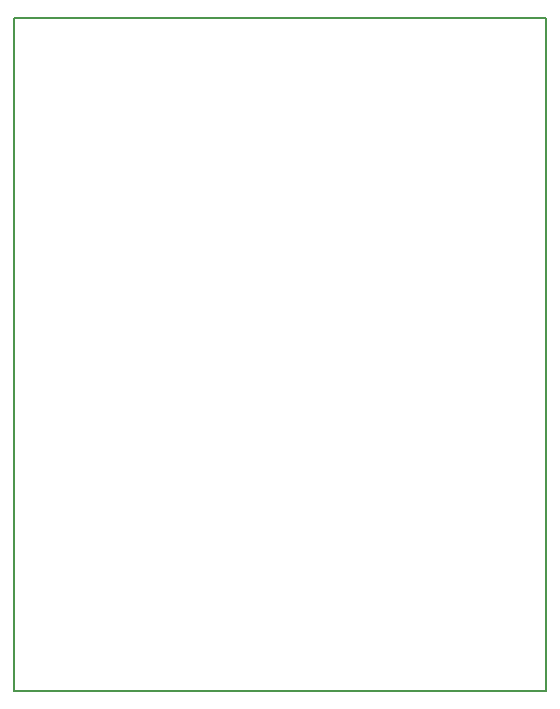
<source format=gbr>
G04 #@! TF.FileFunction,Profile,NP*
%FSLAX46Y46*%
G04 Gerber Fmt 4.6, Leading zero omitted, Abs format (unit mm)*
G04 Created by KiCad (PCBNEW 4.0.7) date Thu May 24 21:41:31 2018*
%MOMM*%
%LPD*%
G01*
G04 APERTURE LIST*
%ADD10C,0.100000*%
%ADD11C,0.150000*%
G04 APERTURE END LIST*
D10*
D11*
X125000000Y-137000000D02*
X125000000Y-80000000D01*
X170000000Y-137000000D02*
X125000000Y-137000000D01*
X170000000Y-80000000D02*
X170000000Y-137000000D01*
X125000000Y-80000000D02*
X170000000Y-80000000D01*
M02*

</source>
